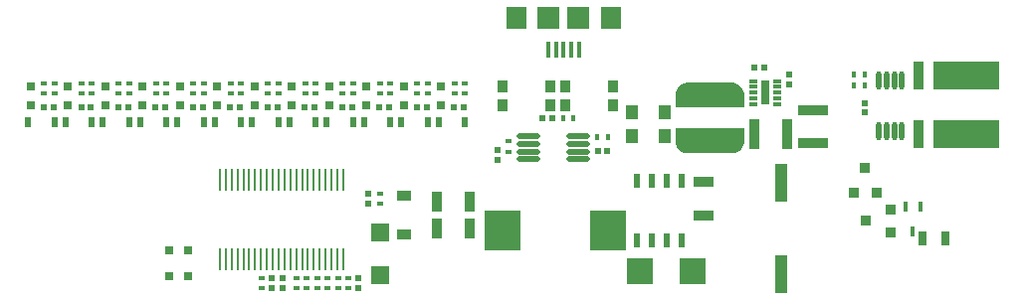
<source format=gtp>
G04 Layer_Color=8421504*
%FSAX25Y25*%
%MOIN*%
G70*
G01*
G75*
%ADD10R,0.01772X0.03347*%
%ADD11R,0.04724X0.06299*%
%ADD12R,0.03937X0.12598*%
%ADD13R,0.03600X0.03200*%
%ADD14R,0.03740X0.09843*%
%ADD15R,0.03740X0.10236*%
G04:AMPARAMS|DCode=16|XSize=82.68mil|YSize=228.35mil|CornerRadius=41.34mil|HoleSize=0mil|Usage=FLASHONLY|Rotation=270.000|XOffset=0mil|YOffset=0mil|HoleType=Round|Shape=RoundedRectangle|*
%AMROUNDEDRECTD16*
21,1,0.08268,0.14567,0,0,270.0*
21,1,0.00000,0.22835,0,0,270.0*
1,1,0.08268,-0.07284,0.00000*
1,1,0.08268,-0.07284,0.00000*
1,1,0.08268,0.07284,0.00000*
1,1,0.08268,0.07284,0.00000*
%
%ADD16ROUNDEDRECTD16*%
%ADD17R,0.04331X0.04803*%
%ADD18R,0.01969X0.02047*%
%ADD19R,0.01772X0.02165*%
%ADD20R,0.02165X0.01772*%
%ADD21R,0.03740X0.06693*%
%ADD22R,0.02047X0.01969*%
%ADD23R,0.02756X0.03150*%
%ADD24R,0.09843X0.03740*%
%ADD25R,0.10236X0.03740*%
%ADD26R,0.03200X0.03600*%
%ADD27R,0.03543X0.03937*%
%ADD28R,0.22047X0.09606*%
%ADD29R,0.03504X0.09606*%
%ADD30R,0.04803X0.03583*%
%ADD31O,0.00984X0.07480*%
%ADD32O,0.01772X0.06299*%
%ADD33R,0.02756X0.01181*%
%ADD34R,0.03150X0.08189*%
%ADD35R,0.12300X0.13780*%
%ADD36O,0.07874X0.01772*%
%ADD37R,0.02480X0.03268*%
%ADD38R,0.07500X0.07500*%
%ADD39R,0.07100X0.07500*%
%ADD40R,0.01400X0.05600*%
%ADD41R,0.03150X0.02756*%
%ADD42R,0.09055X0.09055*%
%ADD43R,0.02756X0.05118*%
%ADD44R,0.06693X0.03543*%
%ADD45R,0.02205X0.04701*%
%ADD48R,0.06496X0.06299*%
G36*
X0777917Y0590626D02*
X0777917Y0590625D01*
X0777917Y0590238D01*
X0777766Y0589477D01*
X0777469Y0588761D01*
X0777038Y0588116D01*
X0776490Y0587568D01*
X0775845Y0587137D01*
X0775128Y0586840D01*
X0774368Y0586689D01*
X0773980D01*
X0759020Y0586689D01*
X0759020Y0586689D01*
X0758632Y0586689D01*
X0757871Y0586840D01*
X0757155Y0587137D01*
X0756510Y0587568D01*
X0755962Y0588116D01*
X0755531Y0588761D01*
X0755234Y0589478D01*
X0755083Y0590238D01*
X0755083Y0590626D01*
X0755082Y0594957D01*
X0777917D01*
X0777917Y0590626D01*
D02*
G37*
G36*
X0773981Y0610311D02*
X0774368Y0610311D01*
X0775129Y0610160D01*
X0775845Y0609863D01*
X0776490Y0609432D01*
X0777038Y0608884D01*
X0777469Y0608239D01*
X0777766Y0607522D01*
X0777917Y0606762D01*
Y0606374D01*
X0777917Y0606374D01*
X0777917Y0602043D01*
X0755083D01*
X0755083Y0606374D01*
X0755083Y0606762D01*
X0755234Y0607522D01*
X0755531Y0608239D01*
X0755962Y0608883D01*
X0756510Y0609432D01*
X0757155Y0609863D01*
X0757871Y0610160D01*
X0758632Y0610311D01*
X0759020Y0610311D01*
X0759020Y0610311D01*
X0773981Y0610311D01*
D02*
G37*
D10*
X0837059Y0568653D02*
D03*
X0831941D02*
D03*
X0834500Y0560347D02*
D03*
D11*
X0656000Y0560087D02*
D03*
Y0545913D02*
D03*
D12*
X0790500Y0546146D02*
D03*
Y0576854D02*
D03*
D13*
X0818600Y0564000D02*
D03*
X0826937Y0567800D02*
D03*
Y0560260D02*
D03*
D14*
X0781488Y0593000D02*
D03*
D15*
X0792512D02*
D03*
D16*
X0766500Y0590823D02*
D03*
Y0606177D02*
D03*
D17*
X0751512Y0592500D02*
D03*
X0740488D02*
D03*
X0751512Y0600500D02*
D03*
X0740488D02*
D03*
D18*
X0732114Y0587500D02*
D03*
X0728886D02*
D03*
X0680811Y0602000D02*
D03*
X0684039D02*
D03*
X0668311D02*
D03*
X0671539D02*
D03*
X0655811D02*
D03*
X0659039D02*
D03*
X0643311D02*
D03*
X0646539D02*
D03*
X0630811D02*
D03*
X0634039D02*
D03*
X0618311D02*
D03*
X0621539D02*
D03*
X0605811D02*
D03*
X0609039D02*
D03*
X0593311D02*
D03*
X0596539D02*
D03*
X0580811D02*
D03*
X0584039D02*
D03*
X0568386D02*
D03*
X0571614D02*
D03*
X0555886D02*
D03*
X0559114D02*
D03*
X0543386D02*
D03*
X0546614D02*
D03*
X0710386Y0598500D02*
D03*
X0713614D02*
D03*
X0781386Y0615500D02*
D03*
X0784614D02*
D03*
D19*
X0732272Y0592000D02*
D03*
X0728728D02*
D03*
X0720772Y0598500D02*
D03*
X0717228D02*
D03*
X0814728Y0609500D02*
D03*
X0818272D02*
D03*
Y0613000D02*
D03*
X0814728D02*
D03*
D20*
X0699000Y0590772D02*
D03*
Y0587228D02*
D03*
X0681000Y0606728D02*
D03*
Y0610272D02*
D03*
X0668500Y0606728D02*
D03*
Y0610272D02*
D03*
X0656000Y0606728D02*
D03*
Y0610272D02*
D03*
X0643500Y0606728D02*
D03*
Y0610272D02*
D03*
X0631000Y0606728D02*
D03*
Y0610272D02*
D03*
X0618500Y0606728D02*
D03*
Y0610272D02*
D03*
X0606000Y0606728D02*
D03*
Y0610272D02*
D03*
X0593500Y0606728D02*
D03*
Y0610272D02*
D03*
X0581000Y0606728D02*
D03*
Y0610272D02*
D03*
X0568500Y0606728D02*
D03*
Y0610272D02*
D03*
X0556000Y0606728D02*
D03*
Y0610272D02*
D03*
X0543500Y0606728D02*
D03*
Y0610272D02*
D03*
X0631386Y0541401D02*
D03*
Y0544944D02*
D03*
X0616360Y0544944D02*
D03*
Y0541401D02*
D03*
X0627886Y0541401D02*
D03*
Y0544944D02*
D03*
X0634889Y0541401D02*
D03*
Y0544944D02*
D03*
X0656000Y0569728D02*
D03*
Y0573272D02*
D03*
X0645360Y0544944D02*
D03*
Y0541401D02*
D03*
X0641886Y0544944D02*
D03*
Y0541401D02*
D03*
X0638386Y0544944D02*
D03*
Y0541401D02*
D03*
X0684500Y0606728D02*
D03*
Y0610272D02*
D03*
X0672000Y0606728D02*
D03*
Y0610272D02*
D03*
X0659500Y0606728D02*
D03*
Y0610272D02*
D03*
X0647000Y0606728D02*
D03*
Y0610272D02*
D03*
X0634500Y0606728D02*
D03*
Y0610272D02*
D03*
X0622000Y0606728D02*
D03*
Y0610272D02*
D03*
X0609500Y0606728D02*
D03*
Y0610272D02*
D03*
X0597000Y0606728D02*
D03*
Y0610272D02*
D03*
X0584500Y0606728D02*
D03*
Y0610272D02*
D03*
X0572000Y0606728D02*
D03*
Y0610272D02*
D03*
X0559500Y0606728D02*
D03*
Y0610272D02*
D03*
X0547000Y0606728D02*
D03*
Y0610272D02*
D03*
D21*
X0686012Y0561500D02*
D03*
X0674988D02*
D03*
X0686012Y0570500D02*
D03*
X0674988D02*
D03*
D22*
X0623360Y0541483D02*
D03*
Y0544712D02*
D03*
X0648860Y0544787D02*
D03*
Y0541558D02*
D03*
X0619860Y0541483D02*
D03*
Y0544712D02*
D03*
X0818500Y0603583D02*
D03*
Y0600354D02*
D03*
X0652000Y0569886D02*
D03*
Y0573114D02*
D03*
X0793000Y0609886D02*
D03*
Y0613114D02*
D03*
X0695500Y0587614D02*
D03*
Y0584386D02*
D03*
D23*
X0591650Y0554000D02*
D03*
X0585350D02*
D03*
X0591650Y0545500D02*
D03*
X0585350D02*
D03*
D24*
X0801000Y0601012D02*
D03*
D25*
Y0589988D02*
D03*
D26*
X0818500Y0581900D02*
D03*
X0822300Y0573563D02*
D03*
X0814760D02*
D03*
D27*
X0696929Y0609150D02*
D03*
Y0602850D02*
D03*
X0713071Y0609150D02*
D03*
Y0602850D02*
D03*
X0717929Y0609150D02*
D03*
Y0602850D02*
D03*
X0734071Y0609150D02*
D03*
Y0602850D02*
D03*
D28*
X0852504Y0612764D02*
D03*
Y0593236D02*
D03*
D29*
X0836224D02*
D03*
Y0612764D02*
D03*
D30*
X0664000Y0572437D02*
D03*
Y0559563D02*
D03*
D31*
X0602331Y0551213D02*
D03*
X0604299D02*
D03*
X0606268D02*
D03*
X0608236D02*
D03*
X0610205D02*
D03*
X0612173D02*
D03*
X0614142D02*
D03*
X0616110D02*
D03*
X0618079D02*
D03*
X0620047D02*
D03*
X0622016D02*
D03*
X0623984D02*
D03*
X0625953D02*
D03*
X0627921D02*
D03*
X0629890D02*
D03*
X0631858D02*
D03*
X0633827D02*
D03*
X0635795D02*
D03*
X0637764D02*
D03*
X0639732D02*
D03*
X0641701D02*
D03*
X0643669D02*
D03*
X0602331Y0577787D02*
D03*
X0604299D02*
D03*
X0606268D02*
D03*
X0608236D02*
D03*
X0610205D02*
D03*
X0612173D02*
D03*
X0614142D02*
D03*
X0616110D02*
D03*
X0618079D02*
D03*
X0620047D02*
D03*
X0622016D02*
D03*
X0623984D02*
D03*
X0625953D02*
D03*
X0627921D02*
D03*
X0629890D02*
D03*
X0631858D02*
D03*
X0633827D02*
D03*
X0635795D02*
D03*
X0637764D02*
D03*
X0639732D02*
D03*
X0641701D02*
D03*
X0643669D02*
D03*
D32*
X0830839Y0610965D02*
D03*
X0828279D02*
D03*
X0825721D02*
D03*
X0823161D02*
D03*
X0830839Y0594035D02*
D03*
X0828279D02*
D03*
X0825721D02*
D03*
X0823161D02*
D03*
D33*
X0788898Y0605031D02*
D03*
Y0607000D02*
D03*
Y0608968D02*
D03*
Y0610937D02*
D03*
X0781102D02*
D03*
Y0608968D02*
D03*
Y0607000D02*
D03*
Y0605031D02*
D03*
Y0603063D02*
D03*
X0788898D02*
D03*
D34*
X0785000Y0607000D02*
D03*
D35*
X0732355Y0560827D02*
D03*
X0697155D02*
D03*
D36*
X0705535Y0592339D02*
D03*
Y0589780D02*
D03*
Y0587220D02*
D03*
Y0584661D02*
D03*
X0722465Y0592339D02*
D03*
Y0589780D02*
D03*
Y0587220D02*
D03*
Y0584661D02*
D03*
D37*
X0684390Y0597000D02*
D03*
X0675610D02*
D03*
X0671890Y0597000D02*
D03*
X0663110D02*
D03*
X0659390Y0597000D02*
D03*
X0650610D02*
D03*
X0646890D02*
D03*
X0638110D02*
D03*
X0634390D02*
D03*
X0625610D02*
D03*
X0621890Y0597000D02*
D03*
X0613110D02*
D03*
X0609390Y0597000D02*
D03*
X0600610D02*
D03*
X0596890Y0597000D02*
D03*
X0588110D02*
D03*
X0584390D02*
D03*
X0575610D02*
D03*
X0571890Y0597000D02*
D03*
X0563110D02*
D03*
X0559390Y0597000D02*
D03*
X0550610D02*
D03*
X0546890Y0597000D02*
D03*
X0538110D02*
D03*
D38*
X0712500Y0632000D02*
D03*
X0722500D02*
D03*
D39*
X0701700D02*
D03*
X0733248D02*
D03*
D40*
X0714900Y0621500D02*
D03*
X0717500D02*
D03*
X0720059D02*
D03*
X0712300D02*
D03*
X0722618D02*
D03*
D41*
X0539000Y0609150D02*
D03*
Y0602850D02*
D03*
X0551500Y0609150D02*
D03*
Y0602850D02*
D03*
X0564000Y0609150D02*
D03*
Y0602850D02*
D03*
X0576500Y0609150D02*
D03*
Y0602850D02*
D03*
X0589000Y0609150D02*
D03*
Y0602850D02*
D03*
X0601500Y0609150D02*
D03*
Y0602850D02*
D03*
X0614000Y0609150D02*
D03*
Y0602850D02*
D03*
X0626500Y0609150D02*
D03*
Y0602850D02*
D03*
X0639000Y0609150D02*
D03*
Y0602850D02*
D03*
X0651500Y0609150D02*
D03*
Y0602850D02*
D03*
X0664000Y0609150D02*
D03*
Y0602850D02*
D03*
X0676500Y0609150D02*
D03*
Y0602850D02*
D03*
D42*
X0743142Y0547000D02*
D03*
X0760858D02*
D03*
D43*
X0845240Y0558000D02*
D03*
X0837760D02*
D03*
D44*
X0764500Y0565791D02*
D03*
Y0577209D02*
D03*
D45*
X0742000Y0557549D02*
D03*
X0747000D02*
D03*
X0752000D02*
D03*
X0757000D02*
D03*
X0742000Y0577451D02*
D03*
X0747000D02*
D03*
X0752000D02*
D03*
X0757000D02*
D03*
D48*
X0656000Y0560087D02*
D03*
X0656000Y0545913D02*
D03*
M02*

</source>
